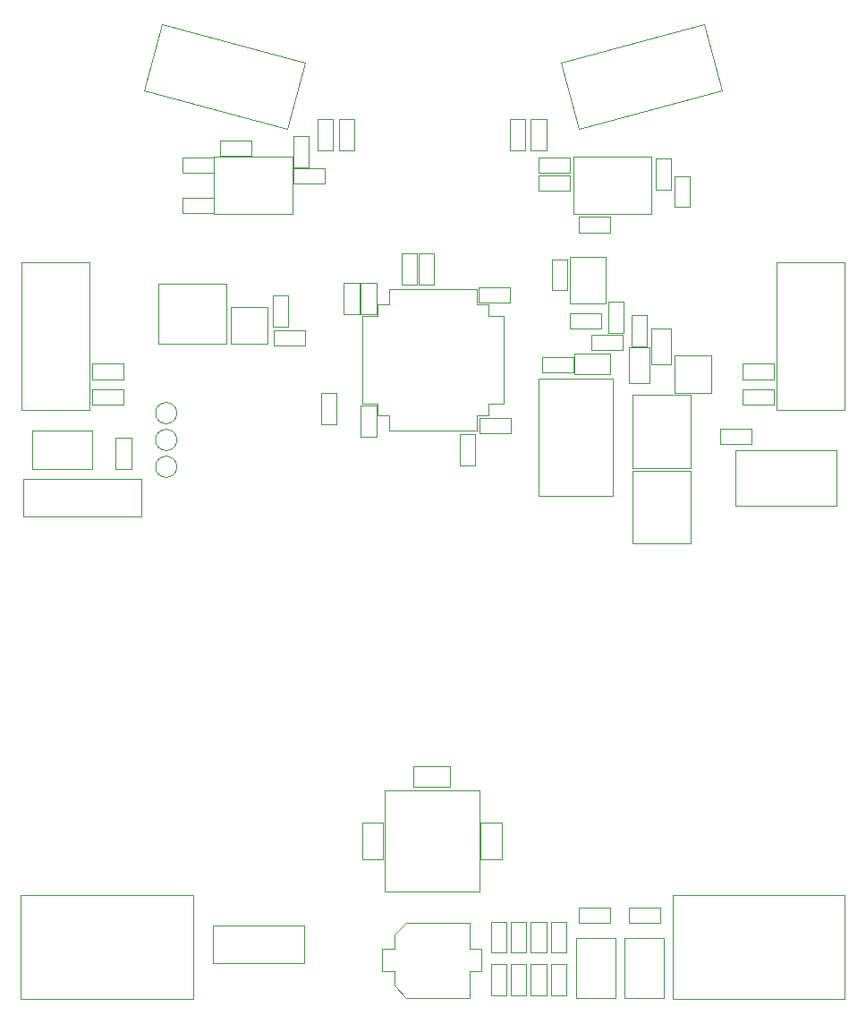
<source format=gbr>
%TF.GenerationSoftware,KiCad,Pcbnew,(5.1.8-0-10_14)*%
%TF.CreationDate,2021-01-24T15:40:33+09:00*%
%TF.ProjectId,Micromouse,4d696372-6f6d-46f7-9573-652e6b696361,rev?*%
%TF.SameCoordinates,Original*%
%TF.FileFunction,Other,User*%
%FSLAX46Y46*%
G04 Gerber Fmt 4.6, Leading zero omitted, Abs format (unit mm)*
G04 Created by KiCad (PCBNEW (5.1.8-0-10_14)) date 2021-01-24 15:40:33*
%MOMM*%
%LPD*%
G01*
G04 APERTURE LIST*
%ADD10C,0.050000*%
G04 APERTURE END LIST*
D10*
%TO.C,U4*%
X157632000Y-76823200D02*
X157632000Y-72483200D01*
X157632000Y-76823200D02*
X161032000Y-76823200D01*
X161032000Y-72483200D02*
X157632000Y-72483200D01*
X161032000Y-72483200D02*
X161032000Y-76823200D01*
%TO.C,TP1*%
X120454000Y-87226200D02*
G75*
G03*
X120454000Y-87226200I-1000000J0D01*
G01*
%TO.C,CN2*%
X169100000Y-92400000D02*
X169100000Y-85500000D01*
X163600000Y-92400000D02*
X169100000Y-92400000D01*
X163600000Y-85500000D02*
X163600000Y-92400000D01*
X169100000Y-85500000D02*
X163600000Y-85500000D01*
%TO.C,U3*%
X140550000Y-88900000D02*
X144700000Y-88900000D01*
X140550000Y-87450000D02*
X140550000Y-88900000D01*
X139450000Y-87450000D02*
X140550000Y-87450000D01*
X139450000Y-86350000D02*
X139450000Y-87450000D01*
X138000000Y-86350000D02*
X139450000Y-86350000D01*
X138000000Y-82200000D02*
X138000000Y-86350000D01*
X140550000Y-75500000D02*
X144700000Y-75500000D01*
X140550000Y-76950000D02*
X140550000Y-75500000D01*
X139450000Y-76950000D02*
X140550000Y-76950000D01*
X139450000Y-78050000D02*
X139450000Y-76950000D01*
X138000000Y-78050000D02*
X139450000Y-78050000D01*
X138000000Y-82200000D02*
X138000000Y-78050000D01*
X148850000Y-88900000D02*
X144700000Y-88900000D01*
X148850000Y-87450000D02*
X148850000Y-88900000D01*
X149950000Y-87450000D02*
X148850000Y-87450000D01*
X149950000Y-86350000D02*
X149950000Y-87450000D01*
X151400000Y-86350000D02*
X149950000Y-86350000D01*
X151400000Y-82200000D02*
X151400000Y-86350000D01*
X148850000Y-75500000D02*
X144700000Y-75500000D01*
X148850000Y-76950000D02*
X148850000Y-75500000D01*
X149950000Y-76950000D02*
X148850000Y-76950000D01*
X149950000Y-78050000D02*
X149950000Y-76950000D01*
X151400000Y-78050000D02*
X149950000Y-78050000D01*
X151400000Y-82200000D02*
X151400000Y-78050000D01*
%TO.C,C10*%
X139330000Y-77880000D02*
X137870000Y-77880000D01*
X137870000Y-77880000D02*
X137870000Y-74920000D01*
X137870000Y-74920000D02*
X139330000Y-74920000D01*
X139330000Y-74920000D02*
X139330000Y-77880000D01*
%TO.C,C14*%
X141736400Y-72081000D02*
X143196400Y-72081000D01*
X143196400Y-72081000D02*
X143196400Y-75041000D01*
X143196400Y-75041000D02*
X141736400Y-75041000D01*
X141736400Y-75041000D02*
X141736400Y-72081000D01*
%TO.C,C12*%
X149073760Y-89116980D02*
X149073760Y-87656980D01*
X149073760Y-87656980D02*
X152033760Y-87656980D01*
X152033760Y-87656980D02*
X152033760Y-89116980D01*
X152033760Y-89116980D02*
X149073760Y-89116980D01*
%TO.C,CN1*%
X169100000Y-92650000D02*
X163600000Y-92650000D01*
X163600000Y-92650000D02*
X163600000Y-99550000D01*
X163600000Y-99550000D02*
X169100000Y-99550000D01*
X169100000Y-99550000D02*
X169100000Y-92650000D01*
%TO.C,R1*%
X171920000Y-90130000D02*
X171920000Y-88670000D01*
X171920000Y-88670000D02*
X174880000Y-88670000D01*
X174880000Y-88670000D02*
X174880000Y-90130000D01*
X174880000Y-90130000D02*
X171920000Y-90130000D01*
%TO.C,D8*%
X132569505Y-54086517D02*
X119046543Y-50463050D01*
X119046543Y-50463050D02*
X117377160Y-56693272D01*
X117377160Y-56693272D02*
X130900122Y-60316738D01*
X130900122Y-60316738D02*
X132569505Y-54086517D01*
%TO.C,D9*%
X112190000Y-86950000D02*
X112190000Y-72950000D01*
X112190000Y-72950000D02*
X105740000Y-72950000D01*
X105740000Y-72950000D02*
X105740000Y-86950000D01*
X105740000Y-86950000D02*
X112190000Y-86950000D01*
%TO.C,Q1*%
X171000000Y-85300000D02*
X167600000Y-85300000D01*
X167600000Y-85300000D02*
X167600000Y-81800000D01*
X167600000Y-81800000D02*
X171000000Y-81800000D01*
X171000000Y-81800000D02*
X171000000Y-85300000D01*
%TO.C,U2*%
X140100000Y-132450000D02*
X149100000Y-132450000D01*
X140100000Y-122950000D02*
X149100000Y-122950000D01*
X140100000Y-132450000D02*
X140100000Y-122950000D01*
X149100000Y-132450000D02*
X149100000Y-122950000D01*
%TO.C,J7*%
X105700000Y-132780000D02*
X105700000Y-142680000D01*
X121990000Y-132780000D02*
X105700000Y-132780000D01*
X121990000Y-142680000D02*
X121990000Y-132780000D01*
X105700000Y-142680000D02*
X121990000Y-142680000D01*
%TO.C,J8*%
X167400000Y-132780000D02*
X167400000Y-142680000D01*
X183690000Y-132780000D02*
X167400000Y-132780000D01*
X183690000Y-142680000D02*
X183690000Y-132780000D01*
X167400000Y-142680000D02*
X183690000Y-142680000D01*
%TO.C,SW3*%
X158244000Y-136850000D02*
X161944000Y-136850000D01*
X161944000Y-136850000D02*
X161944000Y-142550000D01*
X161944000Y-142550000D02*
X158244000Y-142550000D01*
X158244000Y-142550000D02*
X158244000Y-136850000D01*
%TO.C,U5*%
X165400000Y-68400000D02*
X165400000Y-63000000D01*
X165400000Y-63000000D02*
X158000000Y-63000000D01*
X158000000Y-63000000D02*
X158000000Y-68400000D01*
X158000000Y-68400000D02*
X165400000Y-68400000D01*
%TO.C,U6*%
X124000000Y-68400000D02*
X131400000Y-68400000D01*
X124000000Y-63000000D02*
X124000000Y-68400000D01*
X131400000Y-63000000D02*
X124000000Y-63000000D01*
X131400000Y-68400000D02*
X131400000Y-63000000D01*
%TO.C,D7*%
X156827907Y-54076858D02*
X158497290Y-60307079D01*
X170350869Y-50453391D02*
X156827907Y-54076858D01*
X172020251Y-56683613D02*
X170350869Y-50453391D01*
X158497290Y-60307079D02*
X172020251Y-56683613D01*
%TO.C,D6*%
X177200000Y-86950000D02*
X183650000Y-86950000D01*
X177200000Y-72950000D02*
X177200000Y-86950000D01*
X183650000Y-72950000D02*
X177200000Y-72950000D01*
X183650000Y-86950000D02*
X183650000Y-72950000D01*
%TO.C,U1*%
X161700000Y-95050000D02*
X161700000Y-83950000D01*
X154700000Y-95050000D02*
X161700000Y-95050000D01*
X154700000Y-83950000D02*
X154700000Y-95050000D01*
X161700000Y-83950000D02*
X154700000Y-83950000D01*
%TO.C,SW4*%
X162850000Y-136850000D02*
X166550000Y-136850000D01*
X166550000Y-136850000D02*
X166550000Y-142550000D01*
X166550000Y-142550000D02*
X162850000Y-142550000D01*
X162850000Y-142550000D02*
X162850000Y-136850000D01*
%TO.C,SW2*%
X112450000Y-88850000D02*
X112450000Y-92550000D01*
X112450000Y-92550000D02*
X106750000Y-92550000D01*
X106750000Y-92550000D02*
X106750000Y-88850000D01*
X106750000Y-88850000D02*
X112450000Y-88850000D01*
%TO.C,ON*%
X173350000Y-90750000D02*
X182850000Y-90750000D01*
X182850000Y-90750000D02*
X182850000Y-95950000D01*
X182850000Y-95950000D02*
X173350000Y-95950000D01*
X173350000Y-95950000D02*
X173350000Y-90750000D01*
%TO.C,R26*%
X124567840Y-62916880D02*
X124567840Y-61456880D01*
X124567840Y-61456880D02*
X127527840Y-61456880D01*
X127527840Y-61456880D02*
X127527840Y-62916880D01*
X127527840Y-62916880D02*
X124567840Y-62916880D01*
%TO.C,R25*%
X120971200Y-64524700D02*
X120971200Y-63064700D01*
X120971200Y-63064700D02*
X123931200Y-63064700D01*
X123931200Y-63064700D02*
X123931200Y-64524700D01*
X123931200Y-64524700D02*
X120971200Y-64524700D01*
%TO.C,R24*%
X112420000Y-86430000D02*
X112420000Y-84970000D01*
X112420000Y-84970000D02*
X115380000Y-84970000D01*
X115380000Y-84970000D02*
X115380000Y-86430000D01*
X115380000Y-86430000D02*
X112420000Y-86430000D01*
%TO.C,R23*%
X135770000Y-59420000D02*
X137230000Y-59420000D01*
X137230000Y-59420000D02*
X137230000Y-62380000D01*
X137230000Y-62380000D02*
X135770000Y-62380000D01*
X135770000Y-62380000D02*
X135770000Y-59420000D01*
%TO.C,R22*%
X132930000Y-64017400D02*
X131470000Y-64017400D01*
X131470000Y-64017400D02*
X131470000Y-61057400D01*
X131470000Y-61057400D02*
X132930000Y-61057400D01*
X132930000Y-61057400D02*
X132930000Y-64017400D01*
%TO.C,R21*%
X134434100Y-64080700D02*
X134434100Y-65540700D01*
X134434100Y-65540700D02*
X131474100Y-65540700D01*
X131474100Y-65540700D02*
X131474100Y-64080700D01*
X131474100Y-64080700D02*
X134434100Y-64080700D01*
%TO.C,R20*%
X112420000Y-84030000D02*
X112420000Y-82570000D01*
X112420000Y-82570000D02*
X115380000Y-82570000D01*
X115380000Y-82570000D02*
X115380000Y-84030000D01*
X115380000Y-84030000D02*
X112420000Y-84030000D01*
%TO.C,R19*%
X157680000Y-63070000D02*
X157680000Y-64530000D01*
X157680000Y-64530000D02*
X154720000Y-64530000D01*
X154720000Y-64530000D02*
X154720000Y-63070000D01*
X154720000Y-63070000D02*
X157680000Y-63070000D01*
%TO.C,R18*%
X154720000Y-66180000D02*
X154720000Y-64720000D01*
X154720000Y-64720000D02*
X157680000Y-64720000D01*
X157680000Y-64720000D02*
X157680000Y-66180000D01*
X157680000Y-66180000D02*
X154720000Y-66180000D01*
%TO.C,R17*%
X133770000Y-59420000D02*
X135230000Y-59420000D01*
X135230000Y-59420000D02*
X135230000Y-62380000D01*
X135230000Y-62380000D02*
X133770000Y-62380000D01*
X133770000Y-62380000D02*
X133770000Y-59420000D01*
%TO.C,R16*%
X153970000Y-59420000D02*
X155430000Y-59420000D01*
X155430000Y-59420000D02*
X155430000Y-62380000D01*
X155430000Y-62380000D02*
X153970000Y-62380000D01*
X153970000Y-62380000D02*
X153970000Y-59420000D01*
%TO.C,R15*%
X151970000Y-59420000D02*
X153430000Y-59420000D01*
X153430000Y-59420000D02*
X153430000Y-62380000D01*
X153430000Y-62380000D02*
X151970000Y-62380000D01*
X151970000Y-62380000D02*
X151970000Y-59420000D01*
%TO.C,R14*%
X169030000Y-67751200D02*
X167570000Y-67751200D01*
X167570000Y-67751200D02*
X167570000Y-64791200D01*
X167570000Y-64791200D02*
X169030000Y-64791200D01*
X169030000Y-64791200D02*
X169030000Y-67751200D01*
%TO.C,R13*%
X176980000Y-84970000D02*
X176980000Y-86430000D01*
X176980000Y-86430000D02*
X174020000Y-86430000D01*
X174020000Y-86430000D02*
X174020000Y-84970000D01*
X174020000Y-84970000D02*
X176980000Y-84970000D01*
%TO.C,R12*%
X176980000Y-82570000D02*
X176980000Y-84030000D01*
X176980000Y-84030000D02*
X174020000Y-84030000D01*
X174020000Y-84030000D02*
X174020000Y-82570000D01*
X174020000Y-82570000D02*
X176980000Y-82570000D01*
%TO.C,R11*%
X167230000Y-66100200D02*
X165770000Y-66100200D01*
X165770000Y-66100200D02*
X165770000Y-63140200D01*
X165770000Y-63140200D02*
X167230000Y-63140200D01*
X167230000Y-63140200D02*
X167230000Y-66100200D01*
%TO.C,R10*%
X155870000Y-135320000D02*
X157330000Y-135320000D01*
X157330000Y-135320000D02*
X157330000Y-138280000D01*
X157330000Y-138280000D02*
X155870000Y-138280000D01*
X155870000Y-138280000D02*
X155870000Y-135320000D01*
%TO.C,R9*%
X153970000Y-135320000D02*
X155430000Y-135320000D01*
X155430000Y-135320000D02*
X155430000Y-138280000D01*
X155430000Y-138280000D02*
X153970000Y-138280000D01*
X153970000Y-138280000D02*
X153970000Y-135320000D01*
%TO.C,R8*%
X131004400Y-79054200D02*
X129544400Y-79054200D01*
X129544400Y-79054200D02*
X129544400Y-76094200D01*
X129544400Y-76094200D02*
X131004400Y-76094200D01*
X131004400Y-76094200D02*
X131004400Y-79054200D01*
%TO.C,R7*%
X132580000Y-79370000D02*
X132580000Y-80830000D01*
X132580000Y-80830000D02*
X129620000Y-80830000D01*
X129620000Y-80830000D02*
X129620000Y-79370000D01*
X129620000Y-79370000D02*
X132580000Y-79370000D01*
%TO.C,R6*%
X152070000Y-138280000D02*
X152070000Y-135320000D01*
X153530000Y-138280000D02*
X152070000Y-138280000D01*
X153530000Y-135320000D02*
X153530000Y-138280000D01*
X152070000Y-135320000D02*
X153530000Y-135320000D01*
%TO.C,R5*%
X150170000Y-135320000D02*
X151630000Y-135320000D01*
X151630000Y-135320000D02*
X151630000Y-138280000D01*
X151630000Y-138280000D02*
X150170000Y-138280000D01*
X150170000Y-138280000D02*
X150170000Y-135320000D01*
%TO.C,R4*%
X161294400Y-76653500D02*
X162754400Y-76653500D01*
X162754400Y-76653500D02*
X162754400Y-79613500D01*
X162754400Y-79613500D02*
X161294400Y-79613500D01*
X161294400Y-79613500D02*
X161294400Y-76653500D01*
%TO.C,R3*%
X167250000Y-82580000D02*
X165350000Y-82580000D01*
X165350000Y-82580000D02*
X165350000Y-79220000D01*
X165350000Y-79220000D02*
X167250000Y-79220000D01*
X167250000Y-79220000D02*
X167250000Y-82580000D01*
%TO.C,R2*%
X165150000Y-84380000D02*
X163250000Y-84380000D01*
X163250000Y-84380000D02*
X163250000Y-81020000D01*
X163250000Y-81020000D02*
X165150000Y-81020000D01*
X165150000Y-81020000D02*
X165150000Y-84380000D01*
%TO.C,Q2*%
X129000000Y-80700000D02*
X125600000Y-80700000D01*
X125600000Y-80700000D02*
X125600000Y-77200000D01*
X125600000Y-77200000D02*
X129000000Y-77200000D01*
X129000000Y-77200000D02*
X129000000Y-80700000D01*
%TO.C,LS1*%
X118750000Y-80700000D02*
X118750000Y-75000000D01*
X125150000Y-80700000D02*
X118750000Y-80700000D01*
X125150000Y-75000000D02*
X125150000Y-80700000D01*
X118750000Y-75000000D02*
X125150000Y-75000000D01*
%TO.C,J6*%
X105900000Y-97000000D02*
X105900000Y-93450000D01*
X105900000Y-93450000D02*
X117100000Y-93450000D01*
X117100000Y-93450000D02*
X117100000Y-97000000D01*
X117100000Y-97000000D02*
X105900000Y-97000000D01*
%TO.C,J5*%
X120454000Y-92306200D02*
G75*
G03*
X120454000Y-92306200I-1000000J0D01*
G01*
%TO.C,J3*%
X120454000Y-89766200D02*
G75*
G03*
X120454000Y-89766200I-1000000J0D01*
G01*
%TO.C,J1*%
X123900000Y-139225000D02*
X123900000Y-135675000D01*
X123900000Y-135675000D02*
X132550000Y-135675000D01*
X132550000Y-135675000D02*
X132550000Y-139225000D01*
X132550000Y-139225000D02*
X123900000Y-139225000D01*
%TO.C,D5*%
X157330000Y-142280000D02*
X155870000Y-142280000D01*
X155870000Y-142280000D02*
X155870000Y-139320000D01*
X155870000Y-139320000D02*
X157330000Y-139320000D01*
X157330000Y-139320000D02*
X157330000Y-142280000D01*
%TO.C,D4*%
X155430000Y-142280000D02*
X153970000Y-142280000D01*
X153970000Y-142280000D02*
X153970000Y-139320000D01*
X153970000Y-139320000D02*
X155430000Y-139320000D01*
X155430000Y-139320000D02*
X155430000Y-142280000D01*
%TO.C,D3*%
X153530000Y-142280000D02*
X152070000Y-142280000D01*
X152070000Y-142280000D02*
X152070000Y-139320000D01*
X152070000Y-139320000D02*
X153530000Y-139320000D01*
X153530000Y-139320000D02*
X153530000Y-142280000D01*
%TO.C,D2*%
X151630000Y-142287500D02*
X150170000Y-142287500D01*
X150170000Y-142287500D02*
X150170000Y-139327500D01*
X150170000Y-139327500D02*
X151630000Y-139327500D01*
X151630000Y-139327500D02*
X151630000Y-142287500D01*
%TO.C,D1*%
X159720000Y-81280000D02*
X159720000Y-79820000D01*
X159720000Y-79820000D02*
X162680000Y-79820000D01*
X162680000Y-79820000D02*
X162680000Y-81280000D01*
X162680000Y-81280000D02*
X159720000Y-81280000D01*
%TO.C,C24*%
X155935000Y-72665200D02*
X157395000Y-72665200D01*
X157395000Y-72665200D02*
X157395000Y-75625200D01*
X157395000Y-75625200D02*
X155935000Y-75625200D01*
X155935000Y-75625200D02*
X155935000Y-72665200D01*
%TO.C,C23*%
X147222800Y-89226000D02*
X148682800Y-89226000D01*
X148682800Y-89226000D02*
X148682800Y-92186000D01*
X148682800Y-92186000D02*
X147222800Y-92186000D01*
X147222800Y-92186000D02*
X147222800Y-89226000D01*
%TO.C,C22*%
X123918500Y-66874700D02*
X123918500Y-68334700D01*
X123918500Y-68334700D02*
X120958500Y-68334700D01*
X120958500Y-68334700D02*
X120958500Y-66874700D01*
X120958500Y-66874700D02*
X123918500Y-66874700D01*
%TO.C,C21*%
X158520000Y-70130000D02*
X158520000Y-68670000D01*
X158520000Y-68670000D02*
X161480000Y-68670000D01*
X161480000Y-68670000D02*
X161480000Y-70130000D01*
X161480000Y-70130000D02*
X158520000Y-70130000D01*
%TO.C,C20*%
X149220000Y-126000000D02*
X151180000Y-126000000D01*
X151180000Y-126000000D02*
X151180000Y-129400000D01*
X151180000Y-129400000D02*
X149220000Y-129400000D01*
X149220000Y-129400000D02*
X149220000Y-126000000D01*
%TO.C,C19*%
X138020000Y-126000000D02*
X139980000Y-126000000D01*
X139980000Y-126000000D02*
X139980000Y-129400000D01*
X139980000Y-129400000D02*
X138020000Y-129400000D01*
X138020000Y-129400000D02*
X138020000Y-126000000D01*
%TO.C,C18*%
X148150000Y-135416000D02*
X148150000Y-137916000D01*
X148150000Y-137916000D02*
X149300000Y-137916000D01*
X149300000Y-137916000D02*
X149300000Y-140016000D01*
X149300000Y-140016000D02*
X148150000Y-140016000D01*
X148150000Y-140016000D02*
X148150000Y-142516000D01*
X142200000Y-142516000D02*
X148150000Y-142516000D01*
X142200000Y-135416000D02*
X148150000Y-135416000D01*
X141050000Y-141366000D02*
X142200000Y-142516000D01*
X141050000Y-136566000D02*
X142200000Y-135416000D01*
X141050000Y-136566000D02*
X141050000Y-137916000D01*
X141050000Y-140016000D02*
X141050000Y-141366000D01*
X141050000Y-137916000D02*
X139900000Y-137916000D01*
X139900000Y-137916000D02*
X139900000Y-140016000D01*
X139900000Y-140016000D02*
X141050000Y-140016000D01*
%TO.C,C17*%
X142874600Y-122547000D02*
X142874600Y-120587000D01*
X142874600Y-120587000D02*
X146274600Y-120587000D01*
X146274600Y-120587000D02*
X146274600Y-122547000D01*
X146274600Y-122547000D02*
X142874600Y-122547000D01*
%TO.C,C15*%
X143336600Y-72081000D02*
X144796600Y-72081000D01*
X144796600Y-72081000D02*
X144796600Y-75041000D01*
X144796600Y-75041000D02*
X143336600Y-75041000D01*
X143336600Y-75041000D02*
X143336600Y-72081000D01*
%TO.C,C13*%
X149055980Y-76792900D02*
X149055980Y-75332900D01*
X149055980Y-75332900D02*
X152015980Y-75332900D01*
X152015980Y-75332900D02*
X152015980Y-76792900D01*
X152015980Y-76792900D02*
X149055980Y-76792900D01*
%TO.C,C11*%
X137870000Y-86520000D02*
X139330000Y-86520000D01*
X139330000Y-86520000D02*
X139330000Y-89480000D01*
X139330000Y-89480000D02*
X137870000Y-89480000D01*
X137870000Y-89480000D02*
X137870000Y-86520000D01*
%TO.C,C9*%
X137730000Y-77880000D02*
X136270000Y-77880000D01*
X136270000Y-77880000D02*
X136270000Y-74920000D01*
X136270000Y-74920000D02*
X137730000Y-74920000D01*
X137730000Y-74920000D02*
X137730000Y-77880000D01*
%TO.C,C8*%
X166180000Y-133970000D02*
X166180000Y-135430000D01*
X166180000Y-135430000D02*
X163220000Y-135430000D01*
X163220000Y-135430000D02*
X163220000Y-133970000D01*
X163220000Y-133970000D02*
X166180000Y-133970000D01*
%TO.C,C7*%
X116130000Y-92480000D02*
X114670000Y-92480000D01*
X114670000Y-92480000D02*
X114670000Y-89520000D01*
X114670000Y-89520000D02*
X116130000Y-89520000D01*
X116130000Y-89520000D02*
X116130000Y-92480000D01*
%TO.C,C6*%
X134091000Y-85339800D02*
X135551000Y-85339800D01*
X135551000Y-85339800D02*
X135551000Y-88299800D01*
X135551000Y-88299800D02*
X134091000Y-88299800D01*
X134091000Y-88299800D02*
X134091000Y-85339800D01*
%TO.C,C5*%
X161480000Y-133970000D02*
X161480000Y-135430000D01*
X161480000Y-135430000D02*
X158520000Y-135430000D01*
X158520000Y-135430000D02*
X158520000Y-133970000D01*
X158520000Y-133970000D02*
X161480000Y-133970000D01*
%TO.C,C4*%
X157648800Y-79244000D02*
X157648800Y-77784000D01*
X157648800Y-77784000D02*
X160608800Y-77784000D01*
X160608800Y-77784000D02*
X160608800Y-79244000D01*
X160608800Y-79244000D02*
X157648800Y-79244000D01*
%TO.C,C3*%
X155032600Y-83358800D02*
X155032600Y-81898800D01*
X155032600Y-81898800D02*
X157992600Y-81898800D01*
X157992600Y-81898800D02*
X157992600Y-83358800D01*
X157992600Y-83358800D02*
X155032600Y-83358800D01*
%TO.C,C2*%
X164930000Y-80880000D02*
X163470000Y-80880000D01*
X163470000Y-80880000D02*
X163470000Y-77920000D01*
X163470000Y-77920000D02*
X164930000Y-77920000D01*
X164930000Y-77920000D02*
X164930000Y-80880000D01*
%TO.C,C1*%
X161500000Y-81620000D02*
X161500000Y-83580000D01*
X161500000Y-83580000D02*
X158100000Y-83580000D01*
X158100000Y-83580000D02*
X158100000Y-81620000D01*
X158100000Y-81620000D02*
X161500000Y-81620000D01*
%TD*%
M02*

</source>
